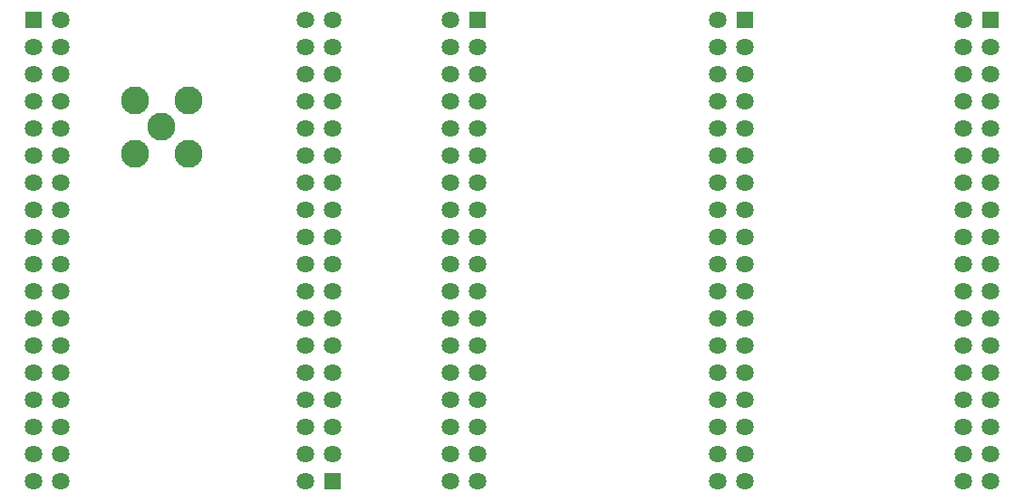
<source format=gbs>
G04*
G04 #@! TF.GenerationSoftware,Altium Limited,Altium Designer,22.4.2 (48)*
G04*
G04 Layer_Color=16711935*
%FSLAX25Y25*%
%MOIN*%
G70*
G04*
G04 #@! TF.SameCoordinates,4CF85C7E-ED7B-4693-B97B-18F97556DA9E*
G04*
G04*
G04 #@! TF.FilePolarity,Negative*
G04*
G01*
G75*
%ADD18C,0.06406*%
%ADD19R,0.06406X0.06406*%
%ADD20C,0.10343*%
D18*
X-161500Y0D02*
D03*
X-151500D02*
D03*
X-161500Y-10000D02*
D03*
X-151500D02*
D03*
X-161500Y-20000D02*
D03*
X-151500D02*
D03*
X-161500Y-30000D02*
D03*
X-151500D02*
D03*
X-161500Y-40000D02*
D03*
X-151500D02*
D03*
X-161500Y-50000D02*
D03*
X-151500D02*
D03*
X-161500Y-60000D02*
D03*
X-151500D02*
D03*
X-161500Y-70000D02*
D03*
X-151500D02*
D03*
X-161500Y-80000D02*
D03*
X-151500D02*
D03*
X-161500Y-90000D02*
D03*
X-151500D02*
D03*
X-161500Y-100000D02*
D03*
X-151500D02*
D03*
X-161500Y-110000D02*
D03*
X-151500D02*
D03*
X-161500Y-120000D02*
D03*
X-151500D02*
D03*
X-161500Y-130000D02*
D03*
X-151500D02*
D03*
X-161500Y-140000D02*
D03*
X-151500D02*
D03*
X-161500Y-150000D02*
D03*
X-151500D02*
D03*
X-161500Y-160000D02*
D03*
X-151500D02*
D03*
X-161500Y-170000D02*
D03*
X80551Y0D02*
D03*
Y-10000D02*
D03*
Y-20000D02*
D03*
X-261772Y-160000D02*
D03*
X-251772D02*
D03*
X-261772Y-170000D02*
D03*
X-251772D02*
D03*
X80551D02*
D03*
X90551D02*
D03*
X80551Y-160000D02*
D03*
X90551Y-130000D02*
D03*
X80551Y-90000D02*
D03*
X90551Y-70000D02*
D03*
Y-50000D02*
D03*
Y-40000D02*
D03*
Y-30000D02*
D03*
Y-20000D02*
D03*
Y-10000D02*
D03*
X-98425Y-90000D02*
D03*
X-108425D02*
D03*
X-98425Y-100000D02*
D03*
Y-110000D02*
D03*
Y-120000D02*
D03*
Y-130000D02*
D03*
Y-140000D02*
D03*
Y-150000D02*
D03*
Y-160000D02*
D03*
Y-170000D02*
D03*
X0Y-10000D02*
D03*
Y-20000D02*
D03*
Y-30000D02*
D03*
Y-40000D02*
D03*
Y-50000D02*
D03*
Y-60000D02*
D03*
Y-70000D02*
D03*
Y-80000D02*
D03*
Y-90000D02*
D03*
Y-100000D02*
D03*
Y-110000D02*
D03*
Y-120000D02*
D03*
Y-130000D02*
D03*
X-10000D02*
D03*
X0Y-140000D02*
D03*
Y-150000D02*
D03*
Y-160000D02*
D03*
Y-170000D02*
D03*
X-261772Y-120000D02*
D03*
X-251772D02*
D03*
X-261772Y-130000D02*
D03*
X-251772D02*
D03*
X80551Y-30000D02*
D03*
Y-40000D02*
D03*
Y-50000D02*
D03*
X90551Y-60000D02*
D03*
X80551D02*
D03*
Y-70000D02*
D03*
X90551Y-80000D02*
D03*
X80551D02*
D03*
X90551Y-90000D02*
D03*
Y-100000D02*
D03*
X80551D02*
D03*
X90551Y-110000D02*
D03*
X80551D02*
D03*
X90551Y-120000D02*
D03*
X80551D02*
D03*
Y-130000D02*
D03*
X90551Y-140000D02*
D03*
X80551D02*
D03*
X90551Y-150000D02*
D03*
X80551D02*
D03*
X90551Y-160000D02*
D03*
X-10000Y-170000D02*
D03*
Y-160000D02*
D03*
Y-150000D02*
D03*
Y-140000D02*
D03*
Y-120000D02*
D03*
Y-110000D02*
D03*
Y-100000D02*
D03*
Y-90000D02*
D03*
Y-80000D02*
D03*
Y-70000D02*
D03*
Y-60000D02*
D03*
Y-50000D02*
D03*
Y-40000D02*
D03*
Y-30000D02*
D03*
Y-20000D02*
D03*
Y-10000D02*
D03*
Y0D02*
D03*
X-108425Y-170000D02*
D03*
Y-160000D02*
D03*
Y-150000D02*
D03*
Y-140000D02*
D03*
Y-130000D02*
D03*
Y-120000D02*
D03*
Y-110000D02*
D03*
Y-100000D02*
D03*
Y-80000D02*
D03*
X-98425D02*
D03*
X-108425Y-70000D02*
D03*
X-98425D02*
D03*
X-108425Y-60000D02*
D03*
X-98425D02*
D03*
X-108425Y-50000D02*
D03*
X-98425D02*
D03*
X-108425Y-40000D02*
D03*
X-98425D02*
D03*
X-108425Y-30000D02*
D03*
X-98425D02*
D03*
X-108425Y-20000D02*
D03*
X-98425D02*
D03*
X-108425Y-10000D02*
D03*
X-98425D02*
D03*
X-108425Y0D02*
D03*
X-251772Y-150000D02*
D03*
X-261772D02*
D03*
X-251772Y-140000D02*
D03*
X-261772D02*
D03*
X-251772Y-110000D02*
D03*
X-261772D02*
D03*
X-251772Y-100000D02*
D03*
X-261772D02*
D03*
X-251772Y-90000D02*
D03*
X-261772D02*
D03*
X-251772Y-80000D02*
D03*
X-261772D02*
D03*
X-251772Y-70000D02*
D03*
X-261772D02*
D03*
X-251772Y-60000D02*
D03*
X-261772D02*
D03*
X-251772Y-50000D02*
D03*
X-261772D02*
D03*
X-251772Y-40000D02*
D03*
X-261772D02*
D03*
X-251772Y-30000D02*
D03*
X-261772D02*
D03*
X-251772Y-20000D02*
D03*
X-261772D02*
D03*
X-251772Y-10000D02*
D03*
X-261772D02*
D03*
X-251772Y0D02*
D03*
D19*
X-151500Y-170000D02*
D03*
X90551Y0D02*
D03*
X0D02*
D03*
X-98425D02*
D03*
X-261772D02*
D03*
D20*
X-204724Y-29528D02*
D03*
X-224410D02*
D03*
Y-49213D02*
D03*
X-204724D02*
D03*
X-214567Y-39370D02*
D03*
M02*

</source>
